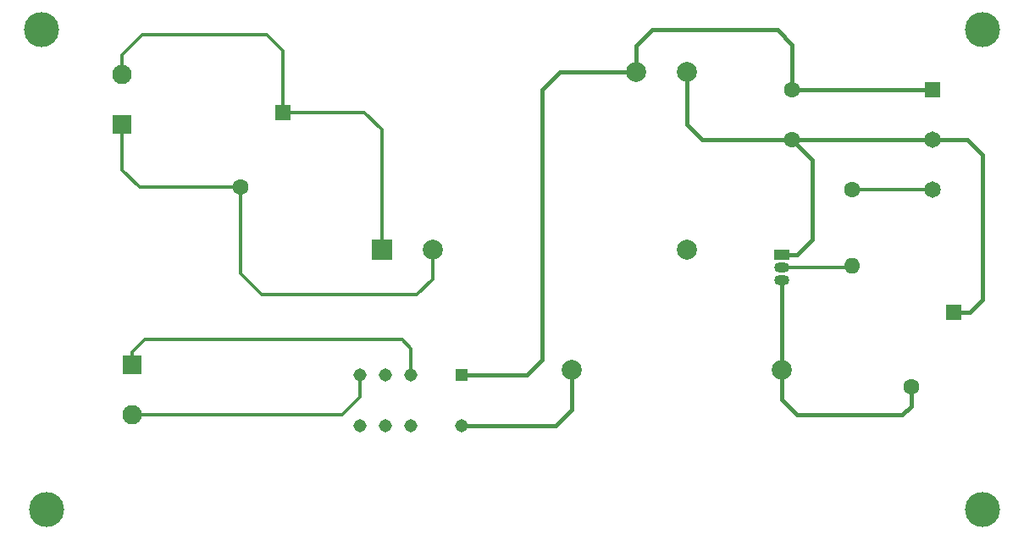
<source format=gbr>
G04 #@! TF.GenerationSoftware,KiCad,Pcbnew,(5.0.1)-4*
G04 #@! TF.CreationDate,2019-03-02T12:20:55-06:00*
G04 #@! TF.ProjectId,PS Rev2,505320526576322E6B696361645F7063,rev?*
G04 #@! TF.SameCoordinates,Original*
G04 #@! TF.FileFunction,Copper,L2,Bot,Signal*
G04 #@! TF.FilePolarity,Positive*
%FSLAX46Y46*%
G04 Gerber Fmt 4.6, Leading zero omitted, Abs format (unit mm)*
G04 Created by KiCad (PCBNEW (5.0.1)-4) date 2019-03-02 12:20:55 PM*
%MOMM*%
%LPD*%
G01*
G04 APERTURE LIST*
G04 #@! TA.AperFunction,ComponentPad*
%ADD10C,3.500000*%
G04 #@! TD*
G04 #@! TA.AperFunction,ComponentPad*
%ADD11C,1.600000*%
G04 #@! TD*
G04 #@! TA.AperFunction,ComponentPad*
%ADD12C,1.950000*%
G04 #@! TD*
G04 #@! TA.AperFunction,ComponentPad*
%ADD13R,1.950000X1.950000*%
G04 #@! TD*
G04 #@! TA.AperFunction,ComponentPad*
%ADD14R,1.650000X1.650000*%
G04 #@! TD*
G04 #@! TA.AperFunction,ComponentPad*
%ADD15C,1.650000*%
G04 #@! TD*
G04 #@! TA.AperFunction,ComponentPad*
%ADD16C,2.000000*%
G04 #@! TD*
G04 #@! TA.AperFunction,ComponentPad*
%ADD17C,1.308000*%
G04 #@! TD*
G04 #@! TA.AperFunction,ComponentPad*
%ADD18R,1.308000X1.308000*%
G04 #@! TD*
G04 #@! TA.AperFunction,ComponentPad*
%ADD19R,1.600000X1.600000*%
G04 #@! TD*
G04 #@! TA.AperFunction,ComponentPad*
%ADD20R,2.000000X2.000000*%
G04 #@! TD*
G04 #@! TA.AperFunction,ComponentPad*
%ADD21O,1.500000X1.050000*%
G04 #@! TD*
G04 #@! TA.AperFunction,ComponentPad*
%ADD22R,1.500000X1.050000*%
G04 #@! TD*
G04 #@! TA.AperFunction,ComponentPad*
%ADD23O,1.600000X1.600000*%
G04 #@! TD*
G04 #@! TA.AperFunction,Conductor*
%ADD24C,0.400000*%
G04 #@! TD*
G04 #@! TA.AperFunction,Conductor*
%ADD25C,0.250000*%
G04 #@! TD*
G04 #@! TA.AperFunction,Conductor*
%ADD26C,0.300000*%
G04 #@! TD*
G04 APERTURE END LIST*
D10*
G04 #@! TO.P,REF\002A\002A,1*
G04 #@! TO.N,N/C*
X73500000Y-101000000D03*
G04 #@! TD*
G04 #@! TO.P,REF\002A\002A,1*
G04 #@! TO.N,N/C*
X167000000Y-101000000D03*
G04 #@! TD*
G04 #@! TO.P,REF\002A\002A,1*
G04 #@! TO.N,N/C*
X73000000Y-53000000D03*
G04 #@! TD*
G04 #@! TO.P,REF\002A\002A,1*
G04 #@! TO.N,N/C*
X167000000Y-53000000D03*
G04 #@! TD*
D11*
G04 #@! TO.P,C1,1*
G04 #@! TO.N,Net-(C1-Pad1)*
X148000000Y-59000000D03*
G04 #@! TO.P,C1,2*
G04 #@! TO.N,Net-(C1-Pad2)*
X148000000Y-64000000D03*
G04 #@! TD*
D12*
G04 #@! TO.P,J1,2*
G04 #@! TO.N,Net-(J1-Pad2)*
X81000000Y-57500000D03*
D13*
G04 #@! TO.P,J1,1*
G04 #@! TO.N,Net-(J1-Pad1)*
X81000000Y-62500000D03*
G04 #@! TD*
D14*
G04 #@! TO.P,J2,1*
G04 #@! TO.N,Net-(C1-Pad1)*
X162000000Y-59000000D03*
D15*
G04 #@! TO.P,J2,2*
G04 #@! TO.N,Net-(C1-Pad2)*
X162000000Y-64000000D03*
G04 #@! TO.P,J2,3*
G04 #@! TO.N,Net-(J2-Pad3)*
X162000000Y-69000000D03*
G04 #@! TD*
D13*
G04 #@! TO.P,J3,1*
G04 #@! TO.N,Net-(J3-Pad1)*
X82000000Y-86500000D03*
D12*
G04 #@! TO.P,J3,2*
G04 #@! TO.N,Net-(J3-Pad2)*
X82000000Y-91500000D03*
G04 #@! TD*
D16*
G04 #@! TO.P,J4,1*
G04 #@! TO.N,Net-(J4-Pad1)*
X147000000Y-87000000D03*
G04 #@! TD*
G04 #@! TO.P,J5,1*
G04 #@! TO.N,Net-(J5-Pad1)*
X126000000Y-87000000D03*
G04 #@! TD*
D17*
G04 #@! TO.P,K1,12*
G04 #@! TO.N,Net-(J5-Pad1)*
X114950000Y-92640000D03*
G04 #@! TO.P,K1,10*
G04 #@! TO.N,Net-(K1-Pad10)*
X109870000Y-92640000D03*
G04 #@! TO.P,K1,9*
G04 #@! TO.N,Net-(K1-Pad9)*
X107330000Y-92640000D03*
G04 #@! TO.P,K1,8*
G04 #@! TO.N,Net-(K1-Pad8)*
X104790000Y-92640000D03*
D18*
G04 #@! TO.P,K1,1*
G04 #@! TO.N,Net-(C1-Pad1)*
X114950000Y-87560000D03*
D17*
G04 #@! TO.P,K1,3*
G04 #@! TO.N,Net-(J3-Pad1)*
X109870000Y-87560000D03*
G04 #@! TO.P,K1,4*
G04 #@! TO.N,Net-(K1-Pad4)*
X107330000Y-87560000D03*
G04 #@! TO.P,K1,5*
G04 #@! TO.N,Net-(J3-Pad2)*
X104790000Y-87560000D03*
G04 #@! TD*
D19*
G04 #@! TO.P,MOV - HV,1*
G04 #@! TO.N,Net-(J1-Pad2)*
X97125000Y-61250000D03*
D11*
G04 #@! TO.P,MOV - HV,2*
G04 #@! TO.N,Net-(J1-Pad1)*
X92875000Y-68750000D03*
G04 #@! TD*
G04 #@! TO.P,MOV - LV,2*
G04 #@! TO.N,Net-(J4-Pad1)*
X159875000Y-88750000D03*
D19*
G04 #@! TO.P,MOV - LV,1*
G04 #@! TO.N,Net-(C1-Pad2)*
X164125000Y-81250000D03*
G04 #@! TD*
D20*
G04 #@! TO.P,PS1,1*
G04 #@! TO.N,Net-(J1-Pad2)*
X107000000Y-75000000D03*
D16*
G04 #@! TO.P,PS1,2*
G04 #@! TO.N,Net-(J1-Pad1)*
X112080000Y-75000000D03*
G04 #@! TO.P,PS1,4*
G04 #@! TO.N,Net-(C1-Pad2)*
X137480000Y-57220000D03*
G04 #@! TO.P,PS1,3*
G04 #@! TO.N,Net-(PS1-Pad3)*
X137480000Y-75000000D03*
G04 #@! TO.P,PS1,5*
G04 #@! TO.N,Net-(C1-Pad1)*
X132400000Y-57220000D03*
G04 #@! TD*
D21*
G04 #@! TO.P,2N3904,2*
G04 #@! TO.N,Net-(Q1-Pad2)*
X147000000Y-76770000D03*
G04 #@! TO.P,2N3904,3*
G04 #@! TO.N,Net-(J4-Pad1)*
X147000000Y-78040000D03*
D22*
G04 #@! TO.P,2N3904,1*
G04 #@! TO.N,Net-(C1-Pad2)*
X147000000Y-75500000D03*
G04 #@! TD*
D11*
G04 #@! TO.P,10k,1*
G04 #@! TO.N,Net-(J2-Pad3)*
X154000000Y-69000000D03*
D23*
G04 #@! TO.P,10k,2*
G04 #@! TO.N,Net-(Q1-Pad2)*
X154000000Y-76620000D03*
G04 #@! TD*
D24*
G04 #@! TO.N,Net-(C1-Pad1)*
X148000000Y-59000000D02*
X162000000Y-59000000D01*
X148000000Y-54500000D02*
X148000000Y-59000000D01*
X146500000Y-53000000D02*
X148000000Y-54500000D01*
X134000000Y-53000000D02*
X146500000Y-53000000D01*
X132400000Y-57220000D02*
X132400000Y-54600000D01*
X132400000Y-54600000D02*
X134000000Y-53000000D01*
X124780000Y-57220000D02*
X132400000Y-57220000D01*
X123000000Y-59000000D02*
X124780000Y-57220000D01*
X114950000Y-87560000D02*
X121440000Y-87560000D01*
X121440000Y-87560000D02*
X123000000Y-86000000D01*
X123000000Y-86000000D02*
X123000000Y-82500000D01*
D25*
X123000000Y-83000000D02*
X123000000Y-82500000D01*
D24*
X123000000Y-82500000D02*
X123000000Y-59000000D01*
G04 #@! TO.N,Net-(C1-Pad2)*
X148000000Y-64000000D02*
X162000000Y-64000000D01*
X137480000Y-57220000D02*
X137480000Y-62480000D01*
X139000000Y-64000000D02*
X148000000Y-64000000D01*
X137480000Y-62480000D02*
X139000000Y-64000000D01*
X165750000Y-81250000D02*
X164125000Y-81250000D01*
X167000000Y-80000000D02*
X165750000Y-81250000D01*
X167000000Y-65500000D02*
X167000000Y-80000000D01*
X162000000Y-64000000D02*
X165500000Y-64000000D01*
X165500000Y-64000000D02*
X167000000Y-65500000D01*
X148500000Y-75500000D02*
X147000000Y-75500000D01*
X150000000Y-74000000D02*
X148500000Y-75500000D01*
X148000000Y-64000000D02*
X150000000Y-66000000D01*
X150000000Y-66000000D02*
X150000000Y-74000000D01*
D26*
G04 #@! TO.N,Net-(J1-Pad2)*
X81000000Y-57500000D02*
X81000000Y-55500000D01*
X81000000Y-55500000D02*
X83000000Y-53500000D01*
X83000000Y-53500000D02*
X95500000Y-53500000D01*
X97125000Y-55125000D02*
X97125000Y-61250000D01*
X95500000Y-53500000D02*
X97125000Y-55125000D01*
X97125000Y-61250000D02*
X105250000Y-61250000D01*
X107000000Y-63000000D02*
X107000000Y-75000000D01*
X105250000Y-61250000D02*
X107000000Y-63000000D01*
G04 #@! TO.N,Net-(J1-Pad1)*
X82750000Y-68750000D02*
X92875000Y-68750000D01*
X81000000Y-62500000D02*
X81000000Y-67000000D01*
X81000000Y-67000000D02*
X82750000Y-68750000D01*
X92875000Y-68750000D02*
X92875000Y-77375000D01*
X92875000Y-77375000D02*
X95000000Y-79500000D01*
X95000000Y-79500000D02*
X110500000Y-79500000D01*
X112080000Y-77920000D02*
X112080000Y-75000000D01*
X110500000Y-79500000D02*
X112080000Y-77920000D01*
G04 #@! TO.N,Net-(J2-Pad3)*
X154000000Y-69000000D02*
X162000000Y-69000000D01*
G04 #@! TO.N,Net-(J3-Pad1)*
X82000000Y-85275000D02*
X83275000Y-84000000D01*
X82000000Y-86500000D02*
X82000000Y-85275000D01*
X83275000Y-84000000D02*
X109000000Y-84000000D01*
X109870000Y-84870000D02*
X109870000Y-87560000D01*
X109000000Y-84000000D02*
X109870000Y-84870000D01*
G04 #@! TO.N,Net-(J3-Pad2)*
X82000000Y-91500000D02*
X103000000Y-91500000D01*
X104790000Y-89710000D02*
X104790000Y-87560000D01*
X103000000Y-91500000D02*
X104790000Y-89710000D01*
D24*
G04 #@! TO.N,Net-(J4-Pad1)*
X159875000Y-90625000D02*
X159875000Y-88750000D01*
X159000000Y-91500000D02*
X159875000Y-90625000D01*
X148500000Y-91500000D02*
X159000000Y-91500000D01*
X147000000Y-87000000D02*
X147000000Y-90000000D01*
X147000000Y-90000000D02*
X148500000Y-91500000D01*
X147000000Y-87000000D02*
X147000000Y-78040000D01*
G04 #@! TO.N,Net-(J5-Pad1)*
X114950000Y-92640000D02*
X124360000Y-92640000D01*
X126000000Y-91000000D02*
X126000000Y-87000000D01*
X124360000Y-92640000D02*
X126000000Y-91000000D01*
D25*
G04 #@! TO.N,Net-(Q1-Pad2)*
X153850000Y-76770000D02*
X154000000Y-76620000D01*
D26*
X147000000Y-76770000D02*
X153850000Y-76770000D01*
G04 #@! TD*
M02*

</source>
